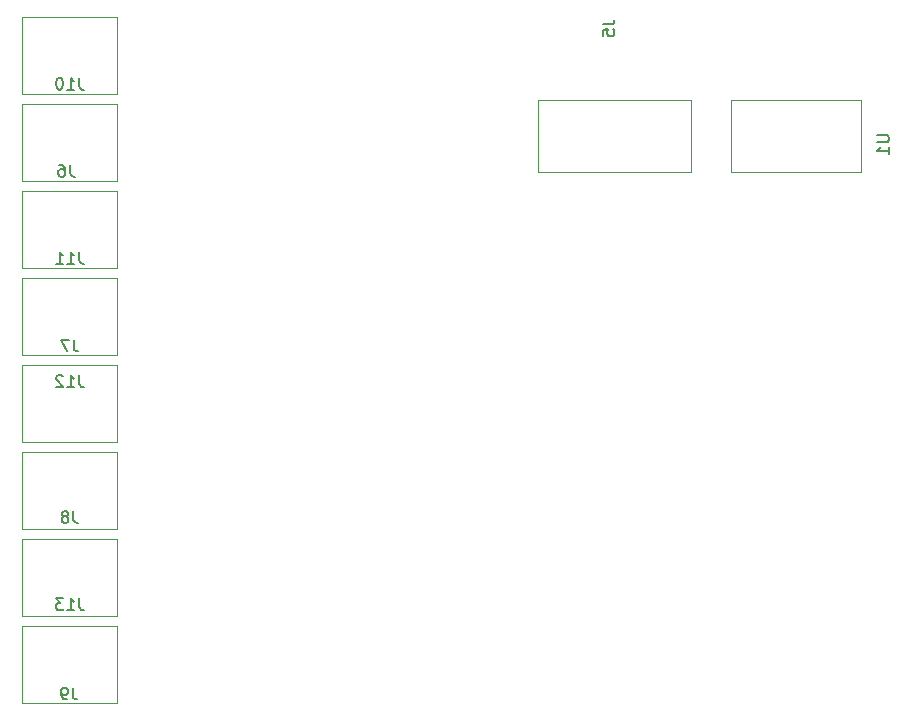
<source format=gbr>
%TF.GenerationSoftware,KiCad,Pcbnew,(6.0.10)*%
%TF.CreationDate,2023-02-14T14:41:43+00:00*%
%TF.ProjectId,Bed_of_nails,4265645f-6f66-45f6-9e61-696c732e6b69,AC*%
%TF.SameCoordinates,Original*%
%TF.FileFunction,Legend,Bot*%
%TF.FilePolarity,Positive*%
%FSLAX46Y46*%
G04 Gerber Fmt 4.6, Leading zero omitted, Abs format (unit mm)*
G04 Created by KiCad (PCBNEW (6.0.10)) date 2023-02-14 14:41:43*
%MOMM*%
%LPD*%
G01*
G04 APERTURE LIST*
%ADD10C,0.150000*%
%ADD11C,0.120000*%
G04 APERTURE END LIST*
D10*
%TO.C,J12*%
X107529523Y-88159520D02*
X107529523Y-88873806D01*
X107577142Y-89016663D01*
X107672380Y-89111901D01*
X107815238Y-89159520D01*
X107910476Y-89159520D01*
X106529523Y-89159520D02*
X107100952Y-89159520D01*
X106815238Y-89159520D02*
X106815238Y-88159520D01*
X106910476Y-88302378D01*
X107005714Y-88397616D01*
X107100952Y-88445235D01*
X106148571Y-88254759D02*
X106100952Y-88207140D01*
X106005714Y-88159520D01*
X105767619Y-88159520D01*
X105672380Y-88207140D01*
X105624761Y-88254759D01*
X105577142Y-88349997D01*
X105577142Y-88445235D01*
X105624761Y-88588092D01*
X106196190Y-89159520D01*
X105577142Y-89159520D01*
%TO.C,U1*%
X175082380Y-67838095D02*
X175891904Y-67838095D01*
X175987142Y-67885714D01*
X176034761Y-67933333D01*
X176082380Y-68028571D01*
X176082380Y-68219047D01*
X176034761Y-68314285D01*
X175987142Y-68361904D01*
X175891904Y-68409523D01*
X175082380Y-68409523D01*
X176082380Y-69409523D02*
X176082380Y-68838095D01*
X176082380Y-69123809D02*
X175082380Y-69123809D01*
X175225238Y-69028571D01*
X175320476Y-68933333D01*
X175368095Y-68838095D01*
%TO.C,J7*%
X107073333Y-85125235D02*
X107073333Y-85839521D01*
X107120952Y-85982378D01*
X107216190Y-86077616D01*
X107359047Y-86125235D01*
X107454285Y-86125235D01*
X106692380Y-85125235D02*
X106025714Y-85125235D01*
X106454285Y-86125235D01*
%TO.C,J8*%
X107043333Y-99663805D02*
X107043333Y-100378091D01*
X107090952Y-100520948D01*
X107186190Y-100616186D01*
X107329047Y-100663805D01*
X107424285Y-100663805D01*
X106424285Y-100092377D02*
X106519523Y-100044758D01*
X106567142Y-99997139D01*
X106614761Y-99901901D01*
X106614761Y-99854282D01*
X106567142Y-99759044D01*
X106519523Y-99711425D01*
X106424285Y-99663805D01*
X106233809Y-99663805D01*
X106138571Y-99711425D01*
X106090952Y-99759044D01*
X106043333Y-99854282D01*
X106043333Y-99901901D01*
X106090952Y-99997139D01*
X106138571Y-100044758D01*
X106233809Y-100092377D01*
X106424285Y-100092377D01*
X106519523Y-100139996D01*
X106567142Y-100187615D01*
X106614761Y-100282853D01*
X106614761Y-100473329D01*
X106567142Y-100568567D01*
X106519523Y-100616186D01*
X106424285Y-100663805D01*
X106233809Y-100663805D01*
X106138571Y-100616186D01*
X106090952Y-100568567D01*
X106043333Y-100473329D01*
X106043333Y-100282853D01*
X106090952Y-100187615D01*
X106138571Y-100139996D01*
X106233809Y-100092377D01*
%TO.C,J5*%
X151842380Y-58446666D02*
X152556666Y-58446666D01*
X152699523Y-58399047D01*
X152794761Y-58303809D01*
X152842380Y-58160952D01*
X152842380Y-58065714D01*
X151842380Y-59399047D02*
X151842380Y-58922857D01*
X152318571Y-58875238D01*
X152270952Y-58922857D01*
X152223333Y-59018095D01*
X152223333Y-59256190D01*
X152270952Y-59351428D01*
X152318571Y-59399047D01*
X152413809Y-59446666D01*
X152651904Y-59446666D01*
X152747142Y-59399047D01*
X152794761Y-59351428D01*
X152842380Y-59256190D01*
X152842380Y-59018095D01*
X152794761Y-58922857D01*
X152747142Y-58875238D01*
%TO.C,J13*%
X107529523Y-107038090D02*
X107529523Y-107752376D01*
X107577142Y-107895233D01*
X107672380Y-107990471D01*
X107815238Y-108038090D01*
X107910476Y-108038090D01*
X106529523Y-108038090D02*
X107100952Y-108038090D01*
X106815238Y-108038090D02*
X106815238Y-107038090D01*
X106910476Y-107180948D01*
X107005714Y-107276186D01*
X107100952Y-107323805D01*
X106196190Y-107038090D02*
X105577142Y-107038090D01*
X105910476Y-107419043D01*
X105767619Y-107419043D01*
X105672380Y-107466662D01*
X105624761Y-107514281D01*
X105577142Y-107609519D01*
X105577142Y-107847614D01*
X105624761Y-107942852D01*
X105672380Y-107990471D01*
X105767619Y-108038090D01*
X106053333Y-108038090D01*
X106148571Y-107990471D01*
X106196190Y-107942852D01*
%TO.C,J11*%
X107529523Y-77710950D02*
X107529523Y-78425236D01*
X107577142Y-78568093D01*
X107672380Y-78663331D01*
X107815238Y-78710950D01*
X107910476Y-78710950D01*
X106529523Y-78710950D02*
X107100952Y-78710950D01*
X106815238Y-78710950D02*
X106815238Y-77710950D01*
X106910476Y-77853808D01*
X107005714Y-77949046D01*
X107100952Y-77996665D01*
X105577142Y-78710950D02*
X106148571Y-78710950D01*
X105862857Y-78710950D02*
X105862857Y-77710950D01*
X105958095Y-77853808D01*
X106053333Y-77949046D01*
X106148571Y-77996665D01*
%TO.C,J10*%
X107519523Y-62962380D02*
X107519523Y-63676666D01*
X107567142Y-63819523D01*
X107662380Y-63914761D01*
X107805238Y-63962380D01*
X107900476Y-63962380D01*
X106519523Y-63962380D02*
X107090952Y-63962380D01*
X106805238Y-63962380D02*
X106805238Y-62962380D01*
X106900476Y-63105238D01*
X106995714Y-63200476D01*
X107090952Y-63248095D01*
X105900476Y-62962380D02*
X105805238Y-62962380D01*
X105710000Y-63010000D01*
X105662380Y-63057619D01*
X105614761Y-63152857D01*
X105567142Y-63343333D01*
X105567142Y-63581428D01*
X105614761Y-63771904D01*
X105662380Y-63867142D01*
X105710000Y-63914761D01*
X105805238Y-63962380D01*
X105900476Y-63962380D01*
X105995714Y-63914761D01*
X106043333Y-63867142D01*
X106090952Y-63771904D01*
X106138571Y-63581428D01*
X106138571Y-63343333D01*
X106090952Y-63152857D01*
X106043333Y-63057619D01*
X105995714Y-63010000D01*
X105900476Y-62962380D01*
%TO.C,J9*%
X106993333Y-114602380D02*
X106993333Y-115316666D01*
X107040952Y-115459523D01*
X107136190Y-115554761D01*
X107279047Y-115602380D01*
X107374285Y-115602380D01*
X106469523Y-115602380D02*
X106279047Y-115602380D01*
X106183809Y-115554761D01*
X106136190Y-115507142D01*
X106040952Y-115364285D01*
X105993333Y-115173809D01*
X105993333Y-114792857D01*
X106040952Y-114697619D01*
X106088571Y-114650000D01*
X106183809Y-114602380D01*
X106374285Y-114602380D01*
X106469523Y-114650000D01*
X106517142Y-114697619D01*
X106564761Y-114792857D01*
X106564761Y-115030952D01*
X106517142Y-115126190D01*
X106469523Y-115173809D01*
X106374285Y-115221428D01*
X106183809Y-115221428D01*
X106088571Y-115173809D01*
X106040952Y-115126190D01*
X105993333Y-115030952D01*
%TO.C,J6*%
X106763333Y-70326665D02*
X106763333Y-71040951D01*
X106810952Y-71183808D01*
X106906190Y-71279046D01*
X107049047Y-71326665D01*
X107144285Y-71326665D01*
X105858571Y-70326665D02*
X106049047Y-70326665D01*
X106144285Y-70374285D01*
X106191904Y-70421904D01*
X106287142Y-70564761D01*
X106334761Y-70755237D01*
X106334761Y-71136189D01*
X106287142Y-71231427D01*
X106239523Y-71279046D01*
X106144285Y-71326665D01*
X105953809Y-71326665D01*
X105858571Y-71279046D01*
X105810952Y-71231427D01*
X105763333Y-71136189D01*
X105763333Y-70898094D01*
X105810952Y-70802856D01*
X105858571Y-70755237D01*
X105953809Y-70707618D01*
X106144285Y-70707618D01*
X106239523Y-70755237D01*
X106287142Y-70802856D01*
X106334761Y-70898094D01*
D11*
%TO.C,J12*%
X110720000Y-93817140D02*
X102720000Y-93817140D01*
X102720000Y-93817140D02*
X102720000Y-87317140D01*
X102720000Y-87317140D02*
X110720000Y-87317140D01*
X110720000Y-87317140D02*
X110720000Y-93817140D01*
%TO.C,U1*%
X162750000Y-64830000D02*
X173750000Y-64830000D01*
X173750000Y-70930000D02*
X162750000Y-70930000D01*
X162750000Y-70930000D02*
X162750000Y-64830000D01*
X173750000Y-70930000D02*
X173750000Y-64830000D01*
%TO.C,J7*%
X110720000Y-86452855D02*
X102720000Y-86452855D01*
X102720000Y-86452855D02*
X102720000Y-79952855D01*
X102720000Y-79952855D02*
X110720000Y-79952855D01*
X110720000Y-79952855D02*
X110720000Y-86452855D01*
%TO.C,J8*%
X110720000Y-101181425D02*
X102720000Y-101181425D01*
X102720000Y-101181425D02*
X102720000Y-94681425D01*
X102720000Y-94681425D02*
X110720000Y-94681425D01*
X110720000Y-94681425D02*
X110720000Y-101181425D01*
%TO.C,J5*%
X146350000Y-64850000D02*
X157350000Y-64850000D01*
X159350000Y-64850000D02*
X157350000Y-64850000D01*
X157350000Y-70950000D02*
X157550000Y-70950000D01*
X157350000Y-70950000D02*
X146350000Y-70950000D01*
X157550000Y-70950000D02*
X159350000Y-70950000D01*
X157550000Y-70950000D02*
X157350000Y-70950000D01*
X146350000Y-70950000D02*
X146350000Y-64850000D01*
X159350000Y-70950000D02*
X159350000Y-64850000D01*
%TO.C,J13*%
X110720000Y-108545710D02*
X102720000Y-108545710D01*
X102720000Y-108545710D02*
X102720000Y-102045710D01*
X102720000Y-102045710D02*
X110720000Y-102045710D01*
X110720000Y-102045710D02*
X110720000Y-108545710D01*
%TO.C,J11*%
X110720000Y-79088570D02*
X102720000Y-79088570D01*
X102720000Y-79088570D02*
X102720000Y-72588570D01*
X102720000Y-72588570D02*
X110720000Y-72588570D01*
X110720000Y-72588570D02*
X110720000Y-79088570D01*
%TO.C,J10*%
X110720000Y-64360000D02*
X102720000Y-64360000D01*
X102720000Y-64360000D02*
X102720000Y-57860000D01*
X102720000Y-57860000D02*
X110720000Y-57860000D01*
X110720000Y-57860000D02*
X110720000Y-64360000D01*
%TO.C,J9*%
X110720000Y-115910000D02*
X102720000Y-115910000D01*
X102720000Y-115910000D02*
X102720000Y-109410000D01*
X102720000Y-109410000D02*
X110720000Y-109410000D01*
X110720000Y-109410000D02*
X110720000Y-115910000D01*
%TO.C,J6*%
X110720000Y-71724285D02*
X102720000Y-71724285D01*
X102720000Y-71724285D02*
X102720000Y-65224285D01*
X102720000Y-65224285D02*
X110720000Y-65224285D01*
X110720000Y-65224285D02*
X110720000Y-71724285D01*
%TD*%
M02*

</source>
